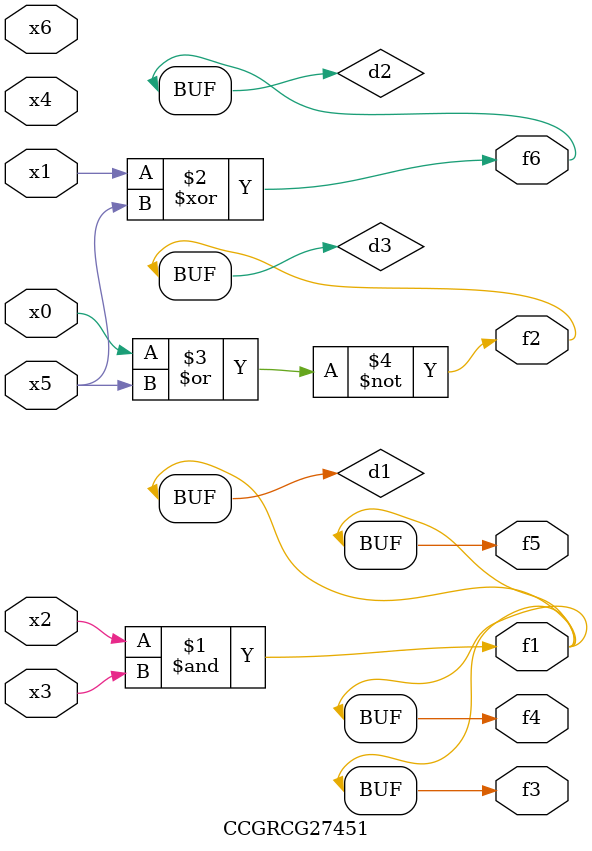
<source format=v>
module CCGRCG27451(
	input x0, x1, x2, x3, x4, x5, x6,
	output f1, f2, f3, f4, f5, f6
);

	wire d1, d2, d3;

	and (d1, x2, x3);
	xor (d2, x1, x5);
	nor (d3, x0, x5);
	assign f1 = d1;
	assign f2 = d3;
	assign f3 = d1;
	assign f4 = d1;
	assign f5 = d1;
	assign f6 = d2;
endmodule

</source>
